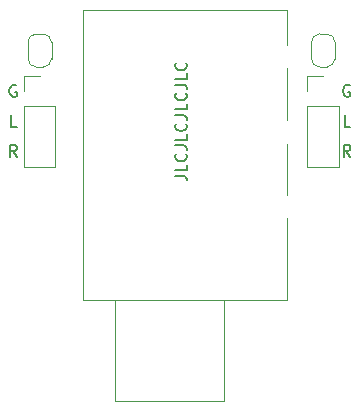
<source format=gbr>
%TF.GenerationSoftware,KiCad,Pcbnew,(5.1.9-0-10_14)*%
%TF.CreationDate,2021-03-07T16:19:06+01:00*%
%TF.ProjectId,Klinke Dual,4b6c696e-6b65-4204-9475-616c2e6b6963,rev?*%
%TF.SameCoordinates,Original*%
%TF.FileFunction,Legend,Top*%
%TF.FilePolarity,Positive*%
%FSLAX46Y46*%
G04 Gerber Fmt 4.6, Leading zero omitted, Abs format (unit mm)*
G04 Created by KiCad (PCBNEW (5.1.9-0-10_14)) date 2021-03-07 16:19:06*
%MOMM*%
%LPD*%
G01*
G04 APERTURE LIST*
%ADD10C,0.150000*%
%ADD11C,0.120000*%
G04 APERTURE END LIST*
D10*
X149452380Y-104619047D02*
X150166666Y-104619047D01*
X150309523Y-104666666D01*
X150404761Y-104761904D01*
X150452380Y-104904761D01*
X150452380Y-105000000D01*
X150452380Y-103666666D02*
X150452380Y-104142857D01*
X149452380Y-104142857D01*
X150357142Y-102761904D02*
X150404761Y-102809523D01*
X150452380Y-102952380D01*
X150452380Y-103047619D01*
X150404761Y-103190476D01*
X150309523Y-103285714D01*
X150214285Y-103333333D01*
X150023809Y-103380952D01*
X149880952Y-103380952D01*
X149690476Y-103333333D01*
X149595238Y-103285714D01*
X149500000Y-103190476D01*
X149452380Y-103047619D01*
X149452380Y-102952380D01*
X149500000Y-102809523D01*
X149547619Y-102761904D01*
X149452380Y-102047619D02*
X150166666Y-102047619D01*
X150309523Y-102095238D01*
X150404761Y-102190476D01*
X150452380Y-102333333D01*
X150452380Y-102428571D01*
X150452380Y-101095238D02*
X150452380Y-101571428D01*
X149452380Y-101571428D01*
X150357142Y-100190476D02*
X150404761Y-100238095D01*
X150452380Y-100380952D01*
X150452380Y-100476190D01*
X150404761Y-100619047D01*
X150309523Y-100714285D01*
X150214285Y-100761904D01*
X150023809Y-100809523D01*
X149880952Y-100809523D01*
X149690476Y-100761904D01*
X149595238Y-100714285D01*
X149500000Y-100619047D01*
X149452380Y-100476190D01*
X149452380Y-100380952D01*
X149500000Y-100238095D01*
X149547619Y-100190476D01*
X149452380Y-99476190D02*
X150166666Y-99476190D01*
X150309523Y-99523809D01*
X150404761Y-99619047D01*
X150452380Y-99761904D01*
X150452380Y-99857142D01*
X150452380Y-98523809D02*
X150452380Y-99000000D01*
X149452380Y-99000000D01*
X150357142Y-97619047D02*
X150404761Y-97666666D01*
X150452380Y-97809523D01*
X150452380Y-97904761D01*
X150404761Y-98047619D01*
X150309523Y-98142857D01*
X150214285Y-98190476D01*
X150023809Y-98238095D01*
X149880952Y-98238095D01*
X149690476Y-98190476D01*
X149595238Y-98142857D01*
X149500000Y-98047619D01*
X149452380Y-97904761D01*
X149452380Y-97809523D01*
X149500000Y-97666666D01*
X149547619Y-97619047D01*
X149452380Y-96904761D02*
X150166666Y-96904761D01*
X150309523Y-96952380D01*
X150404761Y-97047619D01*
X150452380Y-97190476D01*
X150452380Y-97285714D01*
X150452380Y-95952380D02*
X150452380Y-96428571D01*
X149452380Y-96428571D01*
X150357142Y-95047619D02*
X150404761Y-95095238D01*
X150452380Y-95238095D01*
X150452380Y-95333333D01*
X150404761Y-95476190D01*
X150309523Y-95571428D01*
X150214285Y-95619047D01*
X150023809Y-95666666D01*
X149880952Y-95666666D01*
X149690476Y-95619047D01*
X149595238Y-95571428D01*
X149500000Y-95476190D01*
X149452380Y-95333333D01*
X149452380Y-95238095D01*
X149500000Y-95095238D01*
X149547619Y-95047619D01*
X164309523Y-102992380D02*
X163976190Y-102516190D01*
X163738095Y-102992380D02*
X163738095Y-101992380D01*
X164119047Y-101992380D01*
X164214285Y-102040000D01*
X164261904Y-102087619D01*
X164309523Y-102182857D01*
X164309523Y-102325714D01*
X164261904Y-102420952D01*
X164214285Y-102468571D01*
X164119047Y-102516190D01*
X163738095Y-102516190D01*
X164261904Y-96960000D02*
X164166666Y-96912380D01*
X164023809Y-96912380D01*
X163880952Y-96960000D01*
X163785714Y-97055238D01*
X163738095Y-97150476D01*
X163690476Y-97340952D01*
X163690476Y-97483809D01*
X163738095Y-97674285D01*
X163785714Y-97769523D01*
X163880952Y-97864761D01*
X164023809Y-97912380D01*
X164119047Y-97912380D01*
X164261904Y-97864761D01*
X164309523Y-97817142D01*
X164309523Y-97483809D01*
X164119047Y-97483809D01*
X164309523Y-100452380D02*
X163833333Y-100452380D01*
X163833333Y-99452380D01*
X136059523Y-102992380D02*
X135726190Y-102516190D01*
X135488095Y-102992380D02*
X135488095Y-101992380D01*
X135869047Y-101992380D01*
X135964285Y-102040000D01*
X136011904Y-102087619D01*
X136059523Y-102182857D01*
X136059523Y-102325714D01*
X136011904Y-102420952D01*
X135964285Y-102468571D01*
X135869047Y-102516190D01*
X135488095Y-102516190D01*
X136059523Y-100452380D02*
X135583333Y-100452380D01*
X135583333Y-99452380D01*
X136011904Y-96960000D02*
X135916666Y-96912380D01*
X135773809Y-96912380D01*
X135630952Y-96960000D01*
X135535714Y-97055238D01*
X135488095Y-97150476D01*
X135440476Y-97340952D01*
X135440476Y-97483809D01*
X135488095Y-97674285D01*
X135535714Y-97769523D01*
X135630952Y-97864761D01*
X135773809Y-97912380D01*
X135869047Y-97912380D01*
X136011904Y-97864761D01*
X136059523Y-97817142D01*
X136059523Y-97483809D01*
X135869047Y-97483809D01*
D11*
%TO.C,JP2*%
X163000000Y-93300000D02*
X163000000Y-94700000D01*
X162300000Y-95400000D02*
X161700000Y-95400000D01*
X161000000Y-94700000D02*
X161000000Y-93300000D01*
X161700000Y-92600000D02*
X162300000Y-92600000D01*
X162300000Y-92600000D02*
G75*
G02*
X163000000Y-93300000I0J-700000D01*
G01*
X161000000Y-93300000D02*
G75*
G02*
X161700000Y-92600000I700000J0D01*
G01*
X161700000Y-95400000D02*
G75*
G02*
X161000000Y-94700000I0J700000D01*
G01*
X163000000Y-94700000D02*
G75*
G02*
X162300000Y-95400000I-700000J0D01*
G01*
%TO.C,JP1*%
X137000000Y-94700000D02*
X137000000Y-93300000D01*
X137700000Y-92600000D02*
X138300000Y-92600000D01*
X139000000Y-93300000D02*
X139000000Y-94700000D01*
X138300000Y-95400000D02*
X137700000Y-95400000D01*
X137700000Y-95400000D02*
G75*
G02*
X137000000Y-94700000I0J700000D01*
G01*
X139000000Y-94700000D02*
G75*
G02*
X138300000Y-95400000I-700000J0D01*
G01*
X138300000Y-92600000D02*
G75*
G02*
X139000000Y-93300000I0J-700000D01*
G01*
X137000000Y-93300000D02*
G75*
G02*
X137700000Y-92600000I700000J0D01*
G01*
%TO.C,J3*%
X160670000Y-96130000D02*
X162000000Y-96130000D01*
X160670000Y-97460000D02*
X160670000Y-96130000D01*
X160670000Y-98730000D02*
X163330000Y-98730000D01*
X163330000Y-98730000D02*
X163330000Y-103870000D01*
X160670000Y-98730000D02*
X160670000Y-103870000D01*
X160670000Y-103870000D02*
X163330000Y-103870000D01*
%TO.C,J2*%
X136670000Y-96130000D02*
X138000000Y-96130000D01*
X136670000Y-97460000D02*
X136670000Y-96130000D01*
X136670000Y-98730000D02*
X139330000Y-98730000D01*
X139330000Y-98730000D02*
X139330000Y-103870000D01*
X136670000Y-98730000D02*
X136670000Y-103870000D01*
X136670000Y-103870000D02*
X139330000Y-103870000D01*
%TO.C,J1*%
X158920000Y-101900000D02*
X158920000Y-106200000D01*
X158920000Y-108200000D02*
X158920000Y-115120000D01*
X158920000Y-90580000D02*
X158920000Y-93500000D01*
X158920000Y-115120000D02*
X141680000Y-115120000D01*
X153595000Y-123720000D02*
X153595000Y-115120000D01*
X144405000Y-123720000D02*
X153595000Y-123720000D01*
X144405000Y-123720000D02*
X144405000Y-115120000D01*
X158920000Y-95500000D02*
X158920000Y-99900000D01*
X141680000Y-90580000D02*
X158920000Y-90580000D01*
X141680000Y-90580000D02*
X141680000Y-115120000D01*
%TD*%
M02*

</source>
